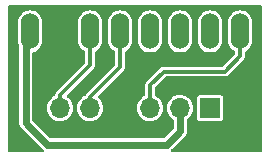
<source format=gbr>
%TF.GenerationSoftware,KiCad,Pcbnew,6.0.1-79c1e3a40b~116~ubuntu20.04.1*%
%TF.CreationDate,2022-02-02T02:26:05+05:30*%
%TF.ProjectId,mpu,6d70752e-6b69-4636-9164-5f7063625858,rev?*%
%TF.SameCoordinates,Original*%
%TF.FileFunction,Copper,L2,Bot*%
%TF.FilePolarity,Positive*%
%FSLAX46Y46*%
G04 Gerber Fmt 4.6, Leading zero omitted, Abs format (unit mm)*
G04 Created by KiCad (PCBNEW 6.0.1-79c1e3a40b~116~ubuntu20.04.1) date 2022-02-02 02:26:05*
%MOMM*%
%LPD*%
G01*
G04 APERTURE LIST*
%TA.AperFunction,ComponentPad*%
%ADD10O,1.524000X3.048000*%
%TD*%
%TA.AperFunction,ComponentPad*%
%ADD11R,1.700000X1.700000*%
%TD*%
%TA.AperFunction,ComponentPad*%
%ADD12O,1.700000X1.700000*%
%TD*%
%TA.AperFunction,Conductor*%
%ADD13C,0.600000*%
%TD*%
%TA.AperFunction,Conductor*%
%ADD14C,0.300000*%
%TD*%
G04 APERTURE END LIST*
D10*
%TO.P,J2,8,Pin_8*%
%TO.N,/INT*%
X160950000Y-70600000D03*
%TO.P,J2,7,Pin_7*%
%TO.N,unconnected-(J2-Pad7)*%
X158410000Y-70600000D03*
%TO.P,J2,6,Pin_6*%
%TO.N,unconnected-(J2-Pad6)*%
X155870000Y-70600000D03*
%TO.P,J2,5,Pin_5*%
%TO.N,unconnected-(J2-Pad5)*%
X153330000Y-70600000D03*
%TO.P,J2,4,Pin_4*%
%TO.N,/SDA*%
X150790000Y-70600000D03*
%TO.P,J2,3,Pin_3*%
%TO.N,/SCL*%
X148250000Y-70600000D03*
%TO.P,J2,2,Pin_2*%
%TO.N,/GND*%
X145710000Y-70600000D03*
%TO.P,J2,1,Pin_1*%
%TO.N,/3V3*%
X143170000Y-70600000D03*
%TD*%
D11*
%TO.P,J1,1,Pin_1*%
%TO.N,unconnected-(J1-Pad1)*%
X158410000Y-77090000D03*
D12*
%TO.P,J1,2,Pin_2*%
%TO.N,/3V3*%
X155870000Y-77090000D03*
%TO.P,J1,3,Pin_3*%
%TO.N,/INT*%
X153330000Y-77090000D03*
%TO.P,J1,4,Pin_4*%
%TO.N,/GND*%
X150790000Y-77090000D03*
%TO.P,J1,5,Pin_5*%
%TO.N,/SDA*%
X148250000Y-77090000D03*
%TO.P,J1,6,Pin_6*%
%TO.N,/SCL*%
X145710000Y-77090000D03*
%TD*%
D13*
%TO.N,/3V3*%
X155870000Y-79070000D02*
X155870000Y-77090000D01*
X142810000Y-70960000D02*
X142810000Y-78350000D01*
X154760000Y-80180000D02*
X155870000Y-79070000D01*
X143170000Y-70600000D02*
X142810000Y-70960000D01*
X144640000Y-80180000D02*
X154760000Y-80180000D01*
X142810000Y-78350000D02*
X144640000Y-80180000D01*
D14*
%TO.N,/INT*%
X153330000Y-75160000D02*
X154480000Y-74010000D01*
X159630000Y-74010000D02*
X160950000Y-72690000D01*
X154480000Y-74010000D02*
X159630000Y-74010000D01*
X153330000Y-77090000D02*
X153330000Y-75160000D01*
X160950000Y-72690000D02*
X160950000Y-70600000D01*
D13*
%TO.N,/GND*%
X150790000Y-78480000D02*
X150790000Y-77090000D01*
X144100000Y-78330000D02*
X145050000Y-79280000D01*
X145050000Y-79280000D02*
X149990000Y-79280000D01*
X149990000Y-79280000D02*
X150790000Y-78480000D01*
X145710000Y-71830000D02*
X144100000Y-73440000D01*
X145710000Y-70600000D02*
X145710000Y-71830000D01*
X144100000Y-73440000D02*
X144100000Y-78330000D01*
D14*
%TO.N,/SDA*%
X150790000Y-73590000D02*
X150790000Y-70600000D01*
X148250000Y-77090000D02*
X148250000Y-76130000D01*
X148250000Y-76130000D02*
X150790000Y-73590000D01*
%TO.N,/SCL*%
X148250000Y-73440000D02*
X145710000Y-75980000D01*
X145710000Y-75980000D02*
X145710000Y-77090000D01*
X148250000Y-70600000D02*
X148250000Y-73440000D01*
%TD*%
%TA.AperFunction,Conductor*%
%TO.N,/GND*%
G36*
X162748121Y-68374002D02*
G01*
X162794614Y-68427658D01*
X162806000Y-68480000D01*
X162806000Y-80720000D01*
X162785998Y-80788121D01*
X162732342Y-80834614D01*
X162680000Y-80846000D01*
X155181525Y-80846000D01*
X155113404Y-80825998D01*
X155066911Y-80772342D01*
X155056807Y-80702068D01*
X155086301Y-80637488D01*
X155099183Y-80624628D01*
X155100137Y-80623804D01*
X155101891Y-80622290D01*
X155126634Y-80597547D01*
X155136435Y-80588721D01*
X155161338Y-80568556D01*
X155161341Y-80568553D01*
X155168013Y-80563150D01*
X155179038Y-80547636D01*
X155192645Y-80531536D01*
X156251413Y-79472768D01*
X156255221Y-79469115D01*
X156294948Y-79432584D01*
X156294949Y-79432583D01*
X156301266Y-79426774D01*
X156324381Y-79389494D01*
X156331104Y-79379712D01*
X156352438Y-79351605D01*
X156357630Y-79344765D01*
X156363237Y-79330604D01*
X156373300Y-79310598D01*
X156376794Y-79304963D01*
X156376798Y-79304954D01*
X156381323Y-79297656D01*
X156393565Y-79255520D01*
X156397409Y-79244293D01*
X156413556Y-79203510D01*
X156415148Y-79188367D01*
X156419459Y-79166394D01*
X156421867Y-79158104D01*
X156423709Y-79151765D01*
X156424500Y-79140993D01*
X156424500Y-79105995D01*
X156425190Y-79092824D01*
X156428539Y-79060963D01*
X156429437Y-79052419D01*
X156426263Y-79033654D01*
X156424500Y-79012652D01*
X156424500Y-78119313D01*
X156444502Y-78051192D01*
X156488937Y-78009377D01*
X156493234Y-78006971D01*
X156493236Y-78006969D01*
X156498276Y-78004147D01*
X156654345Y-77874345D01*
X156784147Y-77718276D01*
X156883334Y-77541165D01*
X156885190Y-77535698D01*
X156885192Y-77535693D01*
X156946728Y-77354414D01*
X156946729Y-77354409D01*
X156948584Y-77348945D01*
X156949412Y-77343236D01*
X156949413Y-77343231D01*
X156977179Y-77151727D01*
X156977712Y-77148053D01*
X156979232Y-77090000D01*
X156960658Y-76887859D01*
X156959090Y-76882299D01*
X156907125Y-76698046D01*
X156907124Y-76698044D01*
X156905557Y-76692487D01*
X156894978Y-76671033D01*
X156818331Y-76515609D01*
X156815776Y-76510428D01*
X156694320Y-76347779D01*
X156550609Y-76214933D01*
X157305500Y-76214933D01*
X157305501Y-77965066D01*
X157320266Y-78039301D01*
X157327161Y-78049620D01*
X157327162Y-78049622D01*
X157367516Y-78110015D01*
X157376516Y-78123484D01*
X157460699Y-78179734D01*
X157534933Y-78194500D01*
X158409858Y-78194500D01*
X159285066Y-78194499D01*
X159320818Y-78187388D01*
X159347126Y-78182156D01*
X159347128Y-78182155D01*
X159359301Y-78179734D01*
X159369621Y-78172839D01*
X159369622Y-78172838D01*
X159433168Y-78130377D01*
X159443484Y-78123484D01*
X159499734Y-78039301D01*
X159514500Y-77965067D01*
X159514499Y-76214934D01*
X159507388Y-76179182D01*
X159502156Y-76152874D01*
X159502155Y-76152872D01*
X159499734Y-76140699D01*
X159473654Y-76101667D01*
X159450377Y-76066832D01*
X159443484Y-76056516D01*
X159359301Y-76000266D01*
X159285067Y-75985500D01*
X158410142Y-75985500D01*
X157534934Y-75985501D01*
X157499182Y-75992612D01*
X157472874Y-75997844D01*
X157472872Y-75997845D01*
X157460699Y-76000266D01*
X157450379Y-76007161D01*
X157450378Y-76007162D01*
X157389985Y-76047516D01*
X157376516Y-76056516D01*
X157320266Y-76140699D01*
X157305500Y-76214933D01*
X156550609Y-76214933D01*
X156545258Y-76209987D01*
X156540372Y-76206904D01*
X156540371Y-76206903D01*
X156378464Y-76104748D01*
X156373581Y-76101667D01*
X156185039Y-76026446D01*
X156179379Y-76025320D01*
X156179375Y-76025319D01*
X155991613Y-75987971D01*
X155991610Y-75987971D01*
X155985946Y-75986844D01*
X155980171Y-75986768D01*
X155980167Y-75986768D01*
X155878793Y-75985441D01*
X155782971Y-75984187D01*
X155777274Y-75985166D01*
X155777273Y-75985166D01*
X155663337Y-76004744D01*
X155582910Y-76018564D01*
X155392463Y-76088824D01*
X155218010Y-76192612D01*
X155213670Y-76196418D01*
X155213666Y-76196421D01*
X155069733Y-76322648D01*
X155065392Y-76326455D01*
X154939720Y-76485869D01*
X154937031Y-76490980D01*
X154937029Y-76490983D01*
X154924073Y-76515609D01*
X154845203Y-76665515D01*
X154785007Y-76859378D01*
X154761148Y-77060964D01*
X154774424Y-77263522D01*
X154775845Y-77269118D01*
X154775846Y-77269123D01*
X154796119Y-77348945D01*
X154824392Y-77460269D01*
X154826809Y-77465512D01*
X154864010Y-77546208D01*
X154909377Y-77644616D01*
X155026533Y-77810389D01*
X155171938Y-77952035D01*
X155259503Y-78010544D01*
X155305029Y-78065019D01*
X155315500Y-78115308D01*
X155315500Y-78788129D01*
X155295498Y-78856250D01*
X155278595Y-78877224D01*
X154567224Y-79588595D01*
X154504912Y-79622621D01*
X154478129Y-79625500D01*
X144921871Y-79625500D01*
X144853750Y-79605498D01*
X144832776Y-79588595D01*
X143401405Y-78157224D01*
X143367379Y-78094912D01*
X143364500Y-78068129D01*
X143364500Y-77060964D01*
X144601148Y-77060964D01*
X144614424Y-77263522D01*
X144615845Y-77269118D01*
X144615846Y-77269123D01*
X144636119Y-77348945D01*
X144664392Y-77460269D01*
X144666809Y-77465512D01*
X144704010Y-77546208D01*
X144749377Y-77644616D01*
X144866533Y-77810389D01*
X145011938Y-77952035D01*
X145180720Y-78064812D01*
X145186023Y-78067090D01*
X145186026Y-78067092D01*
X145309916Y-78120319D01*
X145367228Y-78144942D01*
X145421507Y-78157224D01*
X145559579Y-78188467D01*
X145559584Y-78188468D01*
X145565216Y-78189742D01*
X145570987Y-78189969D01*
X145570989Y-78189969D01*
X145630756Y-78192317D01*
X145768053Y-78197712D01*
X145875348Y-78182155D01*
X145963231Y-78169413D01*
X145963236Y-78169412D01*
X145968945Y-78168584D01*
X145974409Y-78166729D01*
X145974414Y-78166728D01*
X146155693Y-78105192D01*
X146155698Y-78105190D01*
X146161165Y-78103334D01*
X146338276Y-78004147D01*
X146377969Y-77971135D01*
X146489913Y-77878031D01*
X146494345Y-77874345D01*
X146624147Y-77718276D01*
X146723334Y-77541165D01*
X146725190Y-77535698D01*
X146725192Y-77535693D01*
X146786728Y-77354414D01*
X146786729Y-77354409D01*
X146788584Y-77348945D01*
X146789412Y-77343236D01*
X146789413Y-77343231D01*
X146817179Y-77151727D01*
X146817712Y-77148053D01*
X146819232Y-77090000D01*
X146816564Y-77060964D01*
X147141148Y-77060964D01*
X147154424Y-77263522D01*
X147155845Y-77269118D01*
X147155846Y-77269123D01*
X147176119Y-77348945D01*
X147204392Y-77460269D01*
X147206809Y-77465512D01*
X147244010Y-77546208D01*
X147289377Y-77644616D01*
X147406533Y-77810389D01*
X147551938Y-77952035D01*
X147720720Y-78064812D01*
X147726023Y-78067090D01*
X147726026Y-78067092D01*
X147849916Y-78120319D01*
X147907228Y-78144942D01*
X147961507Y-78157224D01*
X148099579Y-78188467D01*
X148099584Y-78188468D01*
X148105216Y-78189742D01*
X148110987Y-78189969D01*
X148110989Y-78189969D01*
X148170756Y-78192317D01*
X148308053Y-78197712D01*
X148415348Y-78182155D01*
X148503231Y-78169413D01*
X148503236Y-78169412D01*
X148508945Y-78168584D01*
X148514409Y-78166729D01*
X148514414Y-78166728D01*
X148695693Y-78105192D01*
X148695698Y-78105190D01*
X148701165Y-78103334D01*
X148878276Y-78004147D01*
X148917969Y-77971135D01*
X149029913Y-77878031D01*
X149034345Y-77874345D01*
X149164147Y-77718276D01*
X149263334Y-77541165D01*
X149265190Y-77535698D01*
X149265192Y-77535693D01*
X149326728Y-77354414D01*
X149326729Y-77354409D01*
X149328584Y-77348945D01*
X149329412Y-77343236D01*
X149329413Y-77343231D01*
X149357179Y-77151727D01*
X149357712Y-77148053D01*
X149359232Y-77090000D01*
X149356564Y-77060964D01*
X152221148Y-77060964D01*
X152234424Y-77263522D01*
X152235845Y-77269118D01*
X152235846Y-77269123D01*
X152256119Y-77348945D01*
X152284392Y-77460269D01*
X152286809Y-77465512D01*
X152324010Y-77546208D01*
X152369377Y-77644616D01*
X152486533Y-77810389D01*
X152631938Y-77952035D01*
X152800720Y-78064812D01*
X152806023Y-78067090D01*
X152806026Y-78067092D01*
X152929916Y-78120319D01*
X152987228Y-78144942D01*
X153041507Y-78157224D01*
X153179579Y-78188467D01*
X153179584Y-78188468D01*
X153185216Y-78189742D01*
X153190987Y-78189969D01*
X153190989Y-78189969D01*
X153250756Y-78192317D01*
X153388053Y-78197712D01*
X153495348Y-78182155D01*
X153583231Y-78169413D01*
X153583236Y-78169412D01*
X153588945Y-78168584D01*
X153594409Y-78166729D01*
X153594414Y-78166728D01*
X153775693Y-78105192D01*
X153775698Y-78105190D01*
X153781165Y-78103334D01*
X153958276Y-78004147D01*
X153997969Y-77971135D01*
X154109913Y-77878031D01*
X154114345Y-77874345D01*
X154244147Y-77718276D01*
X154343334Y-77541165D01*
X154345190Y-77535698D01*
X154345192Y-77535693D01*
X154406728Y-77354414D01*
X154406729Y-77354409D01*
X154408584Y-77348945D01*
X154409412Y-77343236D01*
X154409413Y-77343231D01*
X154437179Y-77151727D01*
X154437712Y-77148053D01*
X154439232Y-77090000D01*
X154420658Y-76887859D01*
X154419090Y-76882299D01*
X154367125Y-76698046D01*
X154367124Y-76698044D01*
X154365557Y-76692487D01*
X154354978Y-76671033D01*
X154278331Y-76515609D01*
X154275776Y-76510428D01*
X154154320Y-76347779D01*
X154005258Y-76209987D01*
X154000372Y-76206904D01*
X154000371Y-76206903D01*
X153838464Y-76104748D01*
X153833581Y-76101667D01*
X153828221Y-76099528D01*
X153828214Y-76099525D01*
X153813811Y-76093779D01*
X153757951Y-76049959D01*
X153734500Y-75976749D01*
X153734500Y-75379741D01*
X153754502Y-75311620D01*
X153771404Y-75290646D01*
X154610644Y-74451405D01*
X154672957Y-74417380D01*
X154699740Y-74414500D01*
X159694066Y-74414500D01*
X159703498Y-74411435D01*
X159703500Y-74411435D01*
X159715287Y-74407605D01*
X159734513Y-74402989D01*
X159746762Y-74401049D01*
X159756555Y-74399498D01*
X159776439Y-74389366D01*
X159794705Y-74381801D01*
X159806496Y-74377970D01*
X159815929Y-74374905D01*
X159833989Y-74361784D01*
X159850846Y-74351454D01*
X159870723Y-74341326D01*
X159893511Y-74318538D01*
X159893515Y-74318535D01*
X161258535Y-72953515D01*
X161258538Y-72953511D01*
X161281326Y-72930723D01*
X161291455Y-72910844D01*
X161301784Y-72893989D01*
X161309075Y-72883953D01*
X161314905Y-72875929D01*
X161321801Y-72854704D01*
X161329367Y-72836438D01*
X161334997Y-72825388D01*
X161339498Y-72816555D01*
X161342989Y-72794513D01*
X161347605Y-72775287D01*
X161351435Y-72763500D01*
X161351435Y-72763498D01*
X161354500Y-72754066D01*
X161354500Y-72373917D01*
X161374502Y-72305796D01*
X161422124Y-72262256D01*
X161509291Y-72216686D01*
X161515463Y-72211724D01*
X161659849Y-72095634D01*
X161664649Y-72091775D01*
X161792786Y-71939067D01*
X161888821Y-71764379D01*
X161891265Y-71756674D01*
X161947234Y-71580242D01*
X161947235Y-71580239D01*
X161949098Y-71574365D01*
X161966500Y-71419216D01*
X161966500Y-69787843D01*
X161966154Y-69784309D01*
X161952566Y-69645740D01*
X161951965Y-69639606D01*
X161950184Y-69633707D01*
X161950183Y-69633702D01*
X161896129Y-69454667D01*
X161894348Y-69448768D01*
X161800761Y-69272756D01*
X161796871Y-69267986D01*
X161796868Y-69267982D01*
X161678663Y-69123049D01*
X161678660Y-69123046D01*
X161674768Y-69118274D01*
X161521170Y-68991206D01*
X161345815Y-68896392D01*
X161155385Y-68837444D01*
X161149260Y-68836800D01*
X161149259Y-68836800D01*
X160963260Y-68817251D01*
X160963258Y-68817251D01*
X160957131Y-68816607D01*
X160834252Y-68827790D01*
X160764746Y-68834115D01*
X160764745Y-68834115D01*
X160758605Y-68834674D01*
X160752691Y-68836415D01*
X160752689Y-68836415D01*
X160622539Y-68874721D01*
X160567370Y-68890958D01*
X160390709Y-68983314D01*
X160385909Y-68987174D01*
X160385908Y-68987174D01*
X160380893Y-68991206D01*
X160235351Y-69108225D01*
X160107214Y-69260933D01*
X160011179Y-69435621D01*
X159950902Y-69625635D01*
X159933500Y-69780784D01*
X159933500Y-71412157D01*
X159933800Y-71415213D01*
X159933800Y-71415220D01*
X159939587Y-71474241D01*
X159948035Y-71560394D01*
X159949816Y-71566293D01*
X159949817Y-71566298D01*
X159952253Y-71574365D01*
X160005652Y-71751232D01*
X160099239Y-71927244D01*
X160103129Y-71932014D01*
X160103132Y-71932018D01*
X160221337Y-72076951D01*
X160221340Y-72076954D01*
X160225232Y-72081726D01*
X160378830Y-72208794D01*
X160384249Y-72211724D01*
X160479429Y-72263188D01*
X160529838Y-72313183D01*
X160545500Y-72374024D01*
X160545500Y-72470260D01*
X160525498Y-72538381D01*
X160508595Y-72559355D01*
X159499355Y-73568595D01*
X159437043Y-73602621D01*
X159410260Y-73605500D01*
X154415934Y-73605500D01*
X154406502Y-73608565D01*
X154406500Y-73608565D01*
X154394713Y-73612395D01*
X154375487Y-73617011D01*
X154353445Y-73620502D01*
X154344609Y-73625004D01*
X154344607Y-73625005D01*
X154333568Y-73630630D01*
X154315300Y-73638197D01*
X154303506Y-73642029D01*
X154303501Y-73642031D01*
X154294072Y-73645095D01*
X154286052Y-73650922D01*
X154286050Y-73650923D01*
X154276017Y-73658213D01*
X154259158Y-73668544D01*
X154239277Y-73678674D01*
X154216486Y-73701465D01*
X153021465Y-74896485D01*
X153021462Y-74896489D01*
X152998674Y-74919277D01*
X152994171Y-74928115D01*
X152988546Y-74939154D01*
X152978216Y-74956011D01*
X152965095Y-74974071D01*
X152962030Y-74983504D01*
X152958199Y-74995295D01*
X152950634Y-75013561D01*
X152940502Y-75033445D01*
X152938951Y-75043238D01*
X152937011Y-75055487D01*
X152932395Y-75074713D01*
X152925500Y-75095934D01*
X152925500Y-75975073D01*
X152905498Y-76043194D01*
X152854616Y-76088030D01*
X152852463Y-76088824D01*
X152678010Y-76192612D01*
X152673670Y-76196418D01*
X152673666Y-76196421D01*
X152529733Y-76322648D01*
X152525392Y-76326455D01*
X152399720Y-76485869D01*
X152397031Y-76490980D01*
X152397029Y-76490983D01*
X152384073Y-76515609D01*
X152305203Y-76665515D01*
X152245007Y-76859378D01*
X152221148Y-77060964D01*
X149356564Y-77060964D01*
X149340658Y-76887859D01*
X149339090Y-76882299D01*
X149287125Y-76698046D01*
X149287124Y-76698044D01*
X149285557Y-76692487D01*
X149274978Y-76671033D01*
X149198331Y-76515609D01*
X149195776Y-76510428D01*
X149074320Y-76347779D01*
X148926290Y-76210941D01*
X148889847Y-76150015D01*
X148892128Y-76079055D01*
X148922726Y-76029324D01*
X151098534Y-73853515D01*
X151121326Y-73830723D01*
X151131459Y-73810836D01*
X151141791Y-73793977D01*
X151149073Y-73783955D01*
X151149074Y-73783953D01*
X151154904Y-73775929D01*
X151157970Y-73766493D01*
X151161801Y-73754704D01*
X151169367Y-73736437D01*
X151174996Y-73725390D01*
X151179498Y-73716555D01*
X151182990Y-73694507D01*
X151187606Y-73675282D01*
X151191433Y-73663502D01*
X151194499Y-73654066D01*
X151194499Y-73621840D01*
X151194500Y-73621834D01*
X151194500Y-72373917D01*
X151214502Y-72305796D01*
X151262124Y-72262256D01*
X151349291Y-72216686D01*
X151355463Y-72211724D01*
X151499849Y-72095634D01*
X151504649Y-72091775D01*
X151632786Y-71939067D01*
X151728821Y-71764379D01*
X151731265Y-71756674D01*
X151787234Y-71580242D01*
X151787235Y-71580239D01*
X151789098Y-71574365D01*
X151806500Y-71419216D01*
X151806500Y-71412157D01*
X152313500Y-71412157D01*
X152313800Y-71415213D01*
X152313800Y-71415220D01*
X152319587Y-71474241D01*
X152328035Y-71560394D01*
X152329816Y-71566293D01*
X152329817Y-71566298D01*
X152332253Y-71574365D01*
X152385652Y-71751232D01*
X152479239Y-71927244D01*
X152483129Y-71932014D01*
X152483132Y-71932018D01*
X152601337Y-72076951D01*
X152601340Y-72076954D01*
X152605232Y-72081726D01*
X152758830Y-72208794D01*
X152934185Y-72303608D01*
X153124615Y-72362556D01*
X153130740Y-72363200D01*
X153130741Y-72363200D01*
X153316740Y-72382749D01*
X153316742Y-72382749D01*
X153322869Y-72383393D01*
X153445748Y-72372210D01*
X153515254Y-72365885D01*
X153515255Y-72365885D01*
X153521395Y-72365326D01*
X153527309Y-72363585D01*
X153527311Y-72363585D01*
X153706711Y-72310784D01*
X153706710Y-72310784D01*
X153712630Y-72309042D01*
X153889291Y-72216686D01*
X153895463Y-72211724D01*
X154039849Y-72095634D01*
X154044649Y-72091775D01*
X154172786Y-71939067D01*
X154268821Y-71764379D01*
X154271265Y-71756674D01*
X154327234Y-71580242D01*
X154327235Y-71580239D01*
X154329098Y-71574365D01*
X154346500Y-71419216D01*
X154346500Y-71412157D01*
X154853500Y-71412157D01*
X154853800Y-71415213D01*
X154853800Y-71415220D01*
X154859587Y-71474241D01*
X154868035Y-71560394D01*
X154869816Y-71566293D01*
X154869817Y-71566298D01*
X154872253Y-71574365D01*
X154925652Y-71751232D01*
X155019239Y-71927244D01*
X155023129Y-71932014D01*
X155023132Y-71932018D01*
X155141337Y-72076951D01*
X155141340Y-72076954D01*
X155145232Y-72081726D01*
X155298830Y-72208794D01*
X155474185Y-72303608D01*
X155664615Y-72362556D01*
X155670740Y-72363200D01*
X155670741Y-72363200D01*
X155856740Y-72382749D01*
X155856742Y-72382749D01*
X155862869Y-72383393D01*
X155985748Y-72372210D01*
X156055254Y-72365885D01*
X156055255Y-72365885D01*
X156061395Y-72365326D01*
X156067309Y-72363585D01*
X156067311Y-72363585D01*
X156246711Y-72310784D01*
X156246710Y-72310784D01*
X156252630Y-72309042D01*
X156429291Y-72216686D01*
X156435463Y-72211724D01*
X156579849Y-72095634D01*
X156584649Y-72091775D01*
X156712786Y-71939067D01*
X156808821Y-71764379D01*
X156811265Y-71756674D01*
X156867234Y-71580242D01*
X156867235Y-71580239D01*
X156869098Y-71574365D01*
X156886500Y-71419216D01*
X156886500Y-71412157D01*
X157393500Y-71412157D01*
X157393800Y-71415213D01*
X157393800Y-71415220D01*
X157399587Y-71474241D01*
X157408035Y-71560394D01*
X157409816Y-71566293D01*
X157409817Y-71566298D01*
X157412253Y-71574365D01*
X157465652Y-71751232D01*
X157559239Y-71927244D01*
X157563129Y-71932014D01*
X157563132Y-71932018D01*
X157681337Y-72076951D01*
X157681340Y-72076954D01*
X157685232Y-72081726D01*
X157838830Y-72208794D01*
X158014185Y-72303608D01*
X158204615Y-72362556D01*
X158210740Y-72363200D01*
X158210741Y-72363200D01*
X158396740Y-72382749D01*
X158396742Y-72382749D01*
X158402869Y-72383393D01*
X158525748Y-72372210D01*
X158595254Y-72365885D01*
X158595255Y-72365885D01*
X158601395Y-72365326D01*
X158607309Y-72363585D01*
X158607311Y-72363585D01*
X158786711Y-72310784D01*
X158786710Y-72310784D01*
X158792630Y-72309042D01*
X158969291Y-72216686D01*
X158975463Y-72211724D01*
X159119849Y-72095634D01*
X159124649Y-72091775D01*
X159252786Y-71939067D01*
X159348821Y-71764379D01*
X159351265Y-71756674D01*
X159407234Y-71580242D01*
X159407235Y-71580239D01*
X159409098Y-71574365D01*
X159426500Y-71419216D01*
X159426500Y-69787843D01*
X159426154Y-69784309D01*
X159412566Y-69645740D01*
X159411965Y-69639606D01*
X159410184Y-69633707D01*
X159410183Y-69633702D01*
X159356129Y-69454667D01*
X159354348Y-69448768D01*
X159260761Y-69272756D01*
X159256871Y-69267986D01*
X159256868Y-69267982D01*
X159138663Y-69123049D01*
X159138660Y-69123046D01*
X159134768Y-69118274D01*
X158981170Y-68991206D01*
X158805815Y-68896392D01*
X158615385Y-68837444D01*
X158609260Y-68836800D01*
X158609259Y-68836800D01*
X158423260Y-68817251D01*
X158423258Y-68817251D01*
X158417131Y-68816607D01*
X158294252Y-68827790D01*
X158224746Y-68834115D01*
X158224745Y-68834115D01*
X158218605Y-68834674D01*
X158212691Y-68836415D01*
X158212689Y-68836415D01*
X158082539Y-68874721D01*
X158027370Y-68890958D01*
X157850709Y-68983314D01*
X157845909Y-68987174D01*
X157845908Y-68987174D01*
X157840893Y-68991206D01*
X157695351Y-69108225D01*
X157567214Y-69260933D01*
X157471179Y-69435621D01*
X157410902Y-69625635D01*
X157393500Y-69780784D01*
X157393500Y-71412157D01*
X156886500Y-71412157D01*
X156886500Y-69787843D01*
X156886154Y-69784309D01*
X156872566Y-69645740D01*
X156871965Y-69639606D01*
X156870184Y-69633707D01*
X156870183Y-69633702D01*
X156816129Y-69454667D01*
X156814348Y-69448768D01*
X156720761Y-69272756D01*
X156716871Y-69267986D01*
X156716868Y-69267982D01*
X156598663Y-69123049D01*
X156598660Y-69123046D01*
X156594768Y-69118274D01*
X156441170Y-68991206D01*
X156265815Y-68896392D01*
X156075385Y-68837444D01*
X156069260Y-68836800D01*
X156069259Y-68836800D01*
X155883260Y-68817251D01*
X155883258Y-68817251D01*
X155877131Y-68816607D01*
X155754252Y-68827790D01*
X155684746Y-68834115D01*
X155684745Y-68834115D01*
X155678605Y-68834674D01*
X155672691Y-68836415D01*
X155672689Y-68836415D01*
X155542539Y-68874721D01*
X155487370Y-68890958D01*
X155310709Y-68983314D01*
X155305909Y-68987174D01*
X155305908Y-68987174D01*
X155300893Y-68991206D01*
X155155351Y-69108225D01*
X155027214Y-69260933D01*
X154931179Y-69435621D01*
X154870902Y-69625635D01*
X154853500Y-69780784D01*
X154853500Y-71412157D01*
X154346500Y-71412157D01*
X154346500Y-69787843D01*
X154346154Y-69784309D01*
X154332566Y-69645740D01*
X154331965Y-69639606D01*
X154330184Y-69633707D01*
X154330183Y-69633702D01*
X154276129Y-69454667D01*
X154274348Y-69448768D01*
X154180761Y-69272756D01*
X154176871Y-69267986D01*
X154176868Y-69267982D01*
X154058663Y-69123049D01*
X154058660Y-69123046D01*
X154054768Y-69118274D01*
X153901170Y-68991206D01*
X153725815Y-68896392D01*
X153535385Y-68837444D01*
X153529260Y-68836800D01*
X153529259Y-68836800D01*
X153343260Y-68817251D01*
X153343258Y-68817251D01*
X153337131Y-68816607D01*
X153214252Y-68827790D01*
X153144746Y-68834115D01*
X153144745Y-68834115D01*
X153138605Y-68834674D01*
X153132691Y-68836415D01*
X153132689Y-68836415D01*
X153002539Y-68874721D01*
X152947370Y-68890958D01*
X152770709Y-68983314D01*
X152765909Y-68987174D01*
X152765908Y-68987174D01*
X152760893Y-68991206D01*
X152615351Y-69108225D01*
X152487214Y-69260933D01*
X152391179Y-69435621D01*
X152330902Y-69625635D01*
X152313500Y-69780784D01*
X152313500Y-71412157D01*
X151806500Y-71412157D01*
X151806500Y-69787843D01*
X151806154Y-69784309D01*
X151792566Y-69645740D01*
X151791965Y-69639606D01*
X151790184Y-69633707D01*
X151790183Y-69633702D01*
X151736129Y-69454667D01*
X151734348Y-69448768D01*
X151640761Y-69272756D01*
X151636871Y-69267986D01*
X151636868Y-69267982D01*
X151518663Y-69123049D01*
X151518660Y-69123046D01*
X151514768Y-69118274D01*
X151361170Y-68991206D01*
X151185815Y-68896392D01*
X150995385Y-68837444D01*
X150989260Y-68836800D01*
X150989259Y-68836800D01*
X150803260Y-68817251D01*
X150803258Y-68817251D01*
X150797131Y-68816607D01*
X150674252Y-68827790D01*
X150604746Y-68834115D01*
X150604745Y-68834115D01*
X150598605Y-68834674D01*
X150592691Y-68836415D01*
X150592689Y-68836415D01*
X150462539Y-68874721D01*
X150407370Y-68890958D01*
X150230709Y-68983314D01*
X150225909Y-68987174D01*
X150225908Y-68987174D01*
X150220893Y-68991206D01*
X150075351Y-69108225D01*
X149947214Y-69260933D01*
X149851179Y-69435621D01*
X149790902Y-69625635D01*
X149773500Y-69780784D01*
X149773500Y-71412157D01*
X149773800Y-71415213D01*
X149773800Y-71415220D01*
X149779587Y-71474241D01*
X149788035Y-71560394D01*
X149789816Y-71566293D01*
X149789817Y-71566298D01*
X149792253Y-71574365D01*
X149845652Y-71751232D01*
X149939239Y-71927244D01*
X149943129Y-71932014D01*
X149943132Y-71932018D01*
X150061337Y-72076951D01*
X150061340Y-72076954D01*
X150065232Y-72081726D01*
X150218830Y-72208794D01*
X150224249Y-72211724D01*
X150319429Y-72263188D01*
X150369838Y-72313183D01*
X150385500Y-72374024D01*
X150385500Y-73370261D01*
X150365498Y-73438382D01*
X150348595Y-73459356D01*
X147941465Y-75866485D01*
X147941462Y-75866489D01*
X147918674Y-75889277D01*
X147914171Y-75898115D01*
X147908546Y-75909154D01*
X147898216Y-75926011D01*
X147885095Y-75944071D01*
X147882030Y-75953504D01*
X147878199Y-75965295D01*
X147870634Y-75983561D01*
X147860502Y-76003445D01*
X147859870Y-76007436D01*
X147821636Y-76063349D01*
X147785492Y-76084017D01*
X147782061Y-76085283D01*
X147772463Y-76088824D01*
X147598010Y-76192612D01*
X147593670Y-76196418D01*
X147593666Y-76196421D01*
X147449733Y-76322648D01*
X147445392Y-76326455D01*
X147319720Y-76485869D01*
X147317031Y-76490980D01*
X147317029Y-76490983D01*
X147304073Y-76515609D01*
X147225203Y-76665515D01*
X147165007Y-76859378D01*
X147141148Y-77060964D01*
X146816564Y-77060964D01*
X146800658Y-76887859D01*
X146799090Y-76882299D01*
X146747125Y-76698046D01*
X146747124Y-76698044D01*
X146745557Y-76692487D01*
X146734978Y-76671033D01*
X146658331Y-76515609D01*
X146655776Y-76510428D01*
X146534320Y-76347779D01*
X146385258Y-76209987D01*
X146314330Y-76165235D01*
X146267393Y-76111970D01*
X146256703Y-76041783D01*
X146285657Y-75976958D01*
X146292471Y-75969579D01*
X148558534Y-73703515D01*
X148581326Y-73680723D01*
X148591459Y-73660836D01*
X148601791Y-73643977D01*
X148609073Y-73633955D01*
X148609074Y-73633953D01*
X148614904Y-73625929D01*
X148617970Y-73616493D01*
X148621801Y-73604704D01*
X148629367Y-73586437D01*
X148634996Y-73575390D01*
X148639498Y-73566555D01*
X148642990Y-73544507D01*
X148647606Y-73525282D01*
X148651433Y-73513502D01*
X148654499Y-73504066D01*
X148654499Y-73471840D01*
X148654500Y-73471834D01*
X148654500Y-72373917D01*
X148674502Y-72305796D01*
X148722124Y-72262256D01*
X148809291Y-72216686D01*
X148815463Y-72211724D01*
X148959849Y-72095634D01*
X148964649Y-72091775D01*
X149092786Y-71939067D01*
X149188821Y-71764379D01*
X149191265Y-71756674D01*
X149247234Y-71580242D01*
X149247235Y-71580239D01*
X149249098Y-71574365D01*
X149266500Y-71419216D01*
X149266500Y-69787843D01*
X149266154Y-69784309D01*
X149252566Y-69645740D01*
X149251965Y-69639606D01*
X149250184Y-69633707D01*
X149250183Y-69633702D01*
X149196129Y-69454667D01*
X149194348Y-69448768D01*
X149100761Y-69272756D01*
X149096871Y-69267986D01*
X149096868Y-69267982D01*
X148978663Y-69123049D01*
X148978660Y-69123046D01*
X148974768Y-69118274D01*
X148821170Y-68991206D01*
X148645815Y-68896392D01*
X148455385Y-68837444D01*
X148449260Y-68836800D01*
X148449259Y-68836800D01*
X148263260Y-68817251D01*
X148263258Y-68817251D01*
X148257131Y-68816607D01*
X148134252Y-68827790D01*
X148064746Y-68834115D01*
X148064745Y-68834115D01*
X148058605Y-68834674D01*
X148052691Y-68836415D01*
X148052689Y-68836415D01*
X147922539Y-68874721D01*
X147867370Y-68890958D01*
X147690709Y-68983314D01*
X147685909Y-68987174D01*
X147685908Y-68987174D01*
X147680893Y-68991206D01*
X147535351Y-69108225D01*
X147407214Y-69260933D01*
X147311179Y-69435621D01*
X147250902Y-69625635D01*
X147233500Y-69780784D01*
X147233500Y-71412157D01*
X147233800Y-71415213D01*
X147233800Y-71415220D01*
X147239587Y-71474241D01*
X147248035Y-71560394D01*
X147249816Y-71566293D01*
X147249817Y-71566298D01*
X147252253Y-71574365D01*
X147305652Y-71751232D01*
X147399239Y-71927244D01*
X147403129Y-71932014D01*
X147403132Y-71932018D01*
X147521337Y-72076951D01*
X147521340Y-72076954D01*
X147525232Y-72081726D01*
X147678830Y-72208794D01*
X147684249Y-72211724D01*
X147779429Y-72263188D01*
X147829838Y-72313183D01*
X147845500Y-72374024D01*
X147845500Y-73220261D01*
X147825498Y-73288382D01*
X147808595Y-73309356D01*
X145401465Y-75716485D01*
X145401462Y-75716489D01*
X145378674Y-75739277D01*
X145374171Y-75748115D01*
X145368546Y-75759154D01*
X145358216Y-75776011D01*
X145345095Y-75794071D01*
X145342030Y-75803504D01*
X145338199Y-75815295D01*
X145330634Y-75833561D01*
X145320502Y-75853445D01*
X145318951Y-75863238D01*
X145317011Y-75875487D01*
X145312395Y-75894713D01*
X145305500Y-75915934D01*
X145305500Y-75975073D01*
X145285498Y-76043194D01*
X145234616Y-76088030D01*
X145232463Y-76088824D01*
X145058010Y-76192612D01*
X145053670Y-76196418D01*
X145053666Y-76196421D01*
X144909733Y-76322648D01*
X144905392Y-76326455D01*
X144779720Y-76485869D01*
X144777031Y-76490980D01*
X144777029Y-76490983D01*
X144764073Y-76515609D01*
X144685203Y-76665515D01*
X144625007Y-76859378D01*
X144601148Y-77060964D01*
X143364500Y-77060964D01*
X143364500Y-72458672D01*
X143384502Y-72390551D01*
X143438158Y-72344058D01*
X143454921Y-72337799D01*
X143552630Y-72309042D01*
X143729291Y-72216686D01*
X143735463Y-72211724D01*
X143879849Y-72095634D01*
X143884649Y-72091775D01*
X144012786Y-71939067D01*
X144108821Y-71764379D01*
X144111265Y-71756674D01*
X144167234Y-71580242D01*
X144167235Y-71580239D01*
X144169098Y-71574365D01*
X144186500Y-71419216D01*
X144186500Y-69787843D01*
X144186154Y-69784309D01*
X144172566Y-69645740D01*
X144171965Y-69639606D01*
X144170184Y-69633707D01*
X144170183Y-69633702D01*
X144116129Y-69454667D01*
X144114348Y-69448768D01*
X144020761Y-69272756D01*
X144016871Y-69267986D01*
X144016868Y-69267982D01*
X143898663Y-69123049D01*
X143898660Y-69123046D01*
X143894768Y-69118274D01*
X143741170Y-68991206D01*
X143565815Y-68896392D01*
X143375385Y-68837444D01*
X143369260Y-68836800D01*
X143369259Y-68836800D01*
X143183260Y-68817251D01*
X143183258Y-68817251D01*
X143177131Y-68816607D01*
X143054252Y-68827790D01*
X142984746Y-68834115D01*
X142984745Y-68834115D01*
X142978605Y-68834674D01*
X142972691Y-68836415D01*
X142972689Y-68836415D01*
X142842539Y-68874721D01*
X142787370Y-68890958D01*
X142610709Y-68983314D01*
X142605909Y-68987174D01*
X142605908Y-68987174D01*
X142600893Y-68991206D01*
X142455351Y-69108225D01*
X142327214Y-69260933D01*
X142231179Y-69435621D01*
X142170902Y-69625635D01*
X142153500Y-69780784D01*
X142153500Y-71412157D01*
X142153800Y-71415213D01*
X142153800Y-71415220D01*
X142159587Y-71474241D01*
X142168035Y-71560394D01*
X142169816Y-71566293D01*
X142169817Y-71566298D01*
X142172253Y-71574365D01*
X142225652Y-71751232D01*
X142240752Y-71779630D01*
X142255500Y-71838782D01*
X142255500Y-78334925D01*
X142255390Y-78340201D01*
X142252772Y-78402674D01*
X142254734Y-78411039D01*
X142262788Y-78445378D01*
X142264951Y-78457051D01*
X142270905Y-78500518D01*
X142274317Y-78508402D01*
X142276953Y-78514494D01*
X142283987Y-78535763D01*
X142287463Y-78550583D01*
X142308603Y-78589037D01*
X142313818Y-78599683D01*
X142327830Y-78632063D01*
X142327832Y-78632067D01*
X142331242Y-78639946D01*
X142336646Y-78646619D01*
X142336647Y-78646621D01*
X142340821Y-78651775D01*
X142353312Y-78670363D01*
X142360652Y-78683715D01*
X142367710Y-78691891D01*
X142392453Y-78716634D01*
X142401279Y-78726435D01*
X142421444Y-78751338D01*
X142421447Y-78751341D01*
X142426850Y-78758013D01*
X142442364Y-78769038D01*
X142458464Y-78782645D01*
X144237232Y-80561413D01*
X144240885Y-80565221D01*
X144270611Y-80597547D01*
X144283226Y-80611266D01*
X144290522Y-80615790D01*
X144297143Y-80621267D01*
X144295327Y-80623462D01*
X144333238Y-80665809D01*
X144344478Y-80735910D01*
X144316035Y-80800960D01*
X144256938Y-80840306D01*
X144219487Y-80846000D01*
X141440000Y-80846000D01*
X141371879Y-80825998D01*
X141325386Y-80772342D01*
X141314000Y-80720000D01*
X141314000Y-68480000D01*
X141334002Y-68411879D01*
X141387658Y-68365386D01*
X141440000Y-68354000D01*
X162680000Y-68354000D01*
X162748121Y-68374002D01*
G37*
%TD.AperFunction*%
%TD*%
M02*

</source>
